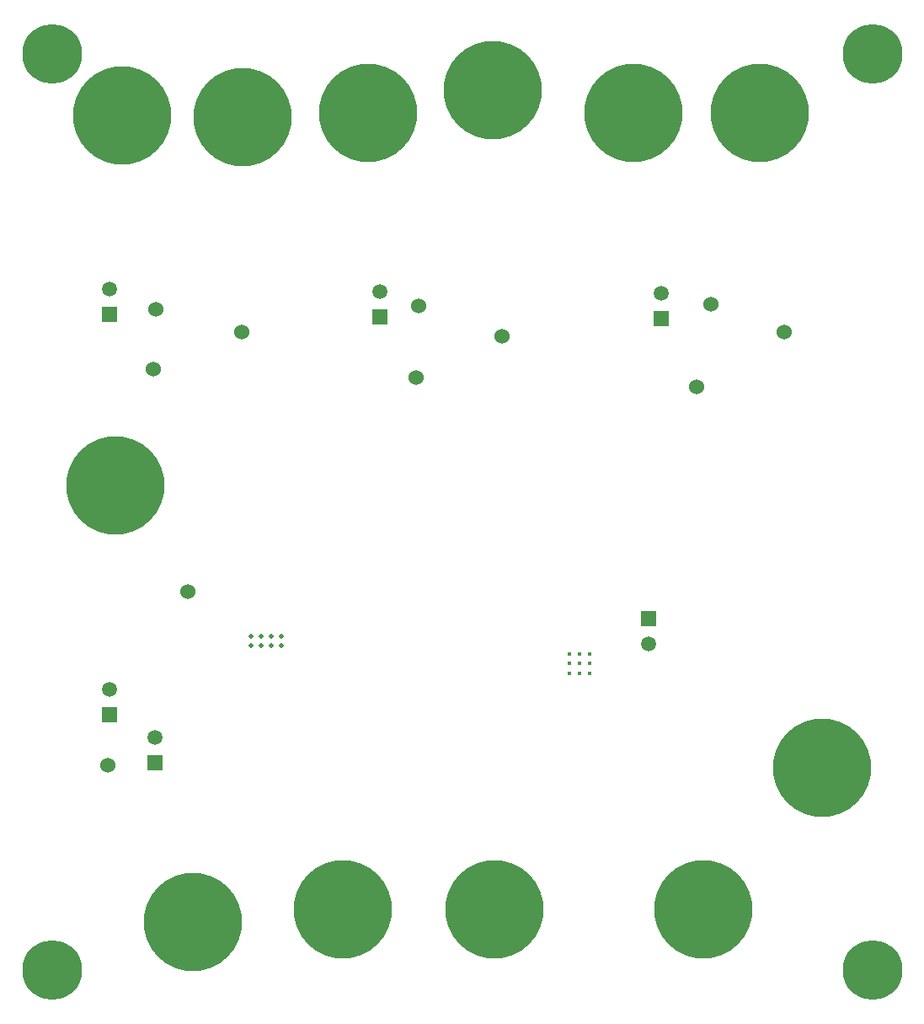
<source format=gbl>
%FSAX25Y25*%
%MOIN*%
G70*
G01*
G75*
G04 Layer_Physical_Order=2*
G04 Layer_Color=16711680*
%ADD10R,0.05118X0.03937*%
G04:AMPARAMS|DCode=11|XSize=23.62mil|YSize=35.43mil|CornerRadius=5.91mil|HoleSize=0mil|Usage=FLASHONLY|Rotation=270.000|XOffset=0mil|YOffset=0mil|HoleType=Round|Shape=RoundedRectangle|*
%AMROUNDEDRECTD11*
21,1,0.02362,0.02362,0,0,270.0*
21,1,0.01181,0.03543,0,0,270.0*
1,1,0.01181,-0.01181,-0.00591*
1,1,0.01181,-0.01181,0.00591*
1,1,0.01181,0.01181,0.00591*
1,1,0.01181,0.01181,-0.00591*
%
%ADD11ROUNDEDRECTD11*%
%ADD12R,0.09055X0.09055*%
%ADD13R,0.00984X0.02756*%
%ADD14R,0.17087X0.09606*%
G04:AMPARAMS|DCode=15|XSize=23.62mil|YSize=35.43mil|CornerRadius=5.91mil|HoleSize=0mil|Usage=FLASHONLY|Rotation=0.000|XOffset=0mil|YOffset=0mil|HoleType=Round|Shape=RoundedRectangle|*
%AMROUNDEDRECTD15*
21,1,0.02362,0.02362,0,0,0.0*
21,1,0.01181,0.03543,0,0,0.0*
1,1,0.01181,0.00591,-0.01181*
1,1,0.01181,-0.00591,-0.01181*
1,1,0.01181,-0.00591,0.01181*
1,1,0.01181,0.00591,0.01181*
%
%ADD15ROUNDEDRECTD15*%
%ADD16O,0.02165X0.05709*%
%ADD17O,0.02165X0.05709*%
%ADD18O,0.01181X0.03500*%
%ADD19R,0.11201X0.06500*%
%ADD20R,0.04331X0.06693*%
%ADD21R,0.06693X0.04331*%
%ADD22O,0.01378X0.05315*%
%ADD23R,0.12205X0.11811*%
G04:AMPARAMS|DCode=24|XSize=31.5mil|YSize=86.61mil|CornerRadius=7.87mil|HoleSize=0mil|Usage=FLASHONLY|Rotation=180.000|XOffset=0mil|YOffset=0mil|HoleType=Round|Shape=RoundedRectangle|*
%AMROUNDEDRECTD24*
21,1,0.03150,0.07087,0,0,180.0*
21,1,0.01575,0.08661,0,0,180.0*
1,1,0.01575,-0.00787,0.03543*
1,1,0.01575,0.00787,0.03543*
1,1,0.01575,0.00787,-0.03543*
1,1,0.01575,-0.00787,-0.03543*
%
%ADD24ROUNDEDRECTD24*%
%ADD25R,0.08661X0.24803*%
%ADD26R,0.03543X0.03150*%
%ADD27C,0.01181*%
%ADD28C,0.01260*%
%ADD29C,0.02756*%
%ADD30C,0.01024*%
%ADD31C,0.03150*%
%ADD32C,0.01969*%
%ADD33C,0.03937*%
%ADD34C,0.01102*%
%ADD35C,0.00984*%
%ADD36C,0.00906*%
%ADD37C,0.02362*%
%ADD38C,0.01000*%
%ADD39C,0.01575*%
%ADD40C,0.00866*%
%ADD41C,0.03543*%
%ADD42C,0.01299*%
%ADD43C,0.01063*%
%ADD44C,0.06000*%
%ADD45R,0.05906X0.05906*%
%ADD46C,0.05906*%
%ADD47C,0.23622*%
%ADD48C,0.38976*%
%ADD49C,0.01969*%
%ADD50C,0.01575*%
D44*
X0134500Y0207000D02*
D03*
X0152400Y0363600D02*
D03*
X0187400Y0378100D02*
D03*
X0256400Y0360100D02*
D03*
X0290400Y0376600D02*
D03*
X0367400Y0356600D02*
D03*
X0401900Y0378100D02*
D03*
X0166000Y0275500D02*
D03*
X0153400Y0387100D02*
D03*
X0257400Y0388600D02*
D03*
X0372900Y0389100D02*
D03*
D45*
X0348500Y0265000D02*
D03*
X0153000Y0208000D02*
D03*
X0353400Y0383600D02*
D03*
X0241932Y0384100D02*
D03*
X0134900Y0385100D02*
D03*
X0134969Y0227000D02*
D03*
D46*
X0348500Y0255000D02*
D03*
X0153000Y0218000D02*
D03*
X0353400Y0393600D02*
D03*
X0241932Y0394100D02*
D03*
X0134900Y0395100D02*
D03*
X0134969Y0237000D02*
D03*
D47*
X0112205Y0488189D02*
D03*
X0437008D02*
D03*
X0112205Y0125984D02*
D03*
X0437008D02*
D03*
D48*
X0140000Y0463800D02*
D03*
X0187600Y0463200D02*
D03*
X0237500Y0465000D02*
D03*
X0286600Y0473700D02*
D03*
X0342500Y0465000D02*
D03*
X0392500D02*
D03*
X0417000Y0206000D02*
D03*
X0370000Y0150000D02*
D03*
X0227500D02*
D03*
X0168000Y0144800D02*
D03*
X0137500Y0317500D02*
D03*
X0287500Y0150000D02*
D03*
D49*
X0191094Y0254032D02*
D03*
Y0257969D02*
D03*
X0195032Y0254032D02*
D03*
Y0257969D02*
D03*
X0198969Y0254032D02*
D03*
Y0257969D02*
D03*
X0202906Y0254032D02*
D03*
Y0257969D02*
D03*
D50*
X0324937Y0243126D02*
D03*
X0317063D02*
D03*
X0321000D02*
D03*
X0324937Y0251000D02*
D03*
Y0247063D02*
D03*
X0317063D02*
D03*
Y0251000D02*
D03*
X0321000Y0247063D02*
D03*
Y0251000D02*
D03*
M02*

</source>
